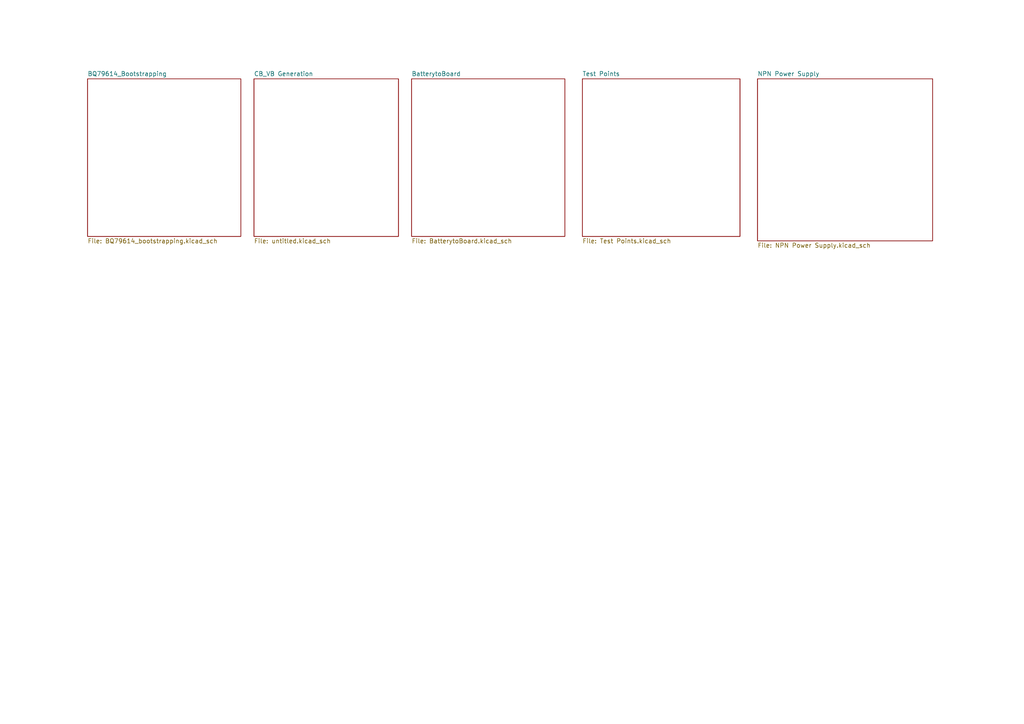
<source format=kicad_sch>
(kicad_sch
	(version 20231120)
	(generator "eeschema")
	(generator_version "8.0")
	(uuid "325b096d-8e4c-4cdc-b4c5-634ea5e73c60")
	(paper "A4")
	(title_block
		(title "Project 63 BMS Daughter Board")
	)
	(lib_symbols)
	(sheet
		(at 73.66 22.86)
		(size 41.91 45.72)
		(fields_autoplaced yes)
		(stroke
			(width 0.1524)
			(type solid)
		)
		(fill
			(color 0 0 0 0.0000)
		)
		(uuid "2fc75a92-430f-42ad-9ad5-d910a7d34c12")
		(property "Sheetname" "CB_VB Generation"
			(at 73.66 22.1484 0)
			(effects
				(font
					(size 1.27 1.27)
				)
				(justify left bottom)
			)
		)
		(property "Sheetfile" "untitled.kicad_sch"
			(at 73.66 69.1646 0)
			(effects
				(font
					(size 1.27 1.27)
				)
				(justify left top)
			)
		)
		(instances
			(project "Project63_BMS_DaughterBoard"
				(path "/325b096d-8e4c-4cdc-b4c5-634ea5e73c60"
					(page "3")
				)
			)
		)
	)
	(sheet
		(at 219.71 22.86)
		(size 50.8 46.99)
		(fields_autoplaced yes)
		(stroke
			(width 0.1524)
			(type solid)
		)
		(fill
			(color 0 0 0 0.0000)
		)
		(uuid "50508abc-94ca-4760-9b7e-3243f83fc341")
		(property "Sheetname" "NPN Power Supply"
			(at 219.71 22.1484 0)
			(effects
				(font
					(size 1.27 1.27)
				)
				(justify left bottom)
			)
		)
		(property "Sheetfile" "NPN Power Supply.kicad_sch"
			(at 219.71 70.4346 0)
			(effects
				(font
					(size 1.27 1.27)
				)
				(justify left top)
			)
		)
		(instances
			(project "Project63_BMS_DaughterBoard"
				(path "/325b096d-8e4c-4cdc-b4c5-634ea5e73c60"
					(page "6")
				)
			)
		)
	)
	(sheet
		(at 119.38 22.86)
		(size 44.45 45.72)
		(fields_autoplaced yes)
		(stroke
			(width 0.1524)
			(type solid)
		)
		(fill
			(color 0 0 0 0.0000)
		)
		(uuid "5bfb4acc-aeaf-4603-8e20-a08f6ed64fc0")
		(property "Sheetname" "BatterytoBoard"
			(at 119.38 22.1484 0)
			(effects
				(font
					(size 1.27 1.27)
				)
				(justify left bottom)
			)
		)
		(property "Sheetfile" "BatterytoBoard.kicad_sch"
			(at 119.38 69.1646 0)
			(effects
				(font
					(size 1.27 1.27)
				)
				(justify left top)
			)
		)
		(instances
			(project "Project63_BMS_DaughterBoard"
				(path "/325b096d-8e4c-4cdc-b4c5-634ea5e73c60"
					(page "4")
				)
			)
		)
	)
	(sheet
		(at 25.4 22.86)
		(size 44.45 45.72)
		(fields_autoplaced yes)
		(stroke
			(width 0.1524)
			(type solid)
		)
		(fill
			(color 0 0 0 0.0000)
		)
		(uuid "8ffa0956-e90f-44b3-af43-d8470a47be31")
		(property "Sheetname" "BQ79614_Bootstrapping"
			(at 25.4 22.1484 0)
			(effects
				(font
					(size 1.27 1.27)
				)
				(justify left bottom)
			)
		)
		(property "Sheetfile" "BQ79614_bootstrapping.kicad_sch"
			(at 25.4 69.1646 0)
			(effects
				(font
					(size 1.27 1.27)
				)
				(justify left top)
			)
		)
		(instances
			(project "Project63_BMS_DaughterBoard"
				(path "/325b096d-8e4c-4cdc-b4c5-634ea5e73c60"
					(page "2")
				)
			)
		)
	)
	(sheet
		(at 168.91 22.86)
		(size 45.72 45.72)
		(fields_autoplaced yes)
		(stroke
			(width 0.1524)
			(type solid)
		)
		(fill
			(color 0 0 0 0.0000)
		)
		(uuid "f572dc6c-083b-4ebc-8b73-cb14171a47f1")
		(property "Sheetname" "Test Points"
			(at 168.91 22.1484 0)
			(effects
				(font
					(size 1.27 1.27)
				)
				(justify left bottom)
			)
		)
		(property "Sheetfile" "Test Points.kicad_sch"
			(at 168.91 69.1646 0)
			(effects
				(font
					(size 1.27 1.27)
				)
				(justify left top)
			)
		)
		(instances
			(project "Project63_BMS_DaughterBoard"
				(path "/325b096d-8e4c-4cdc-b4c5-634ea5e73c60"
					(page "5")
				)
			)
		)
	)
	(sheet_instances
		(path "/"
			(page "1")
		)
	)
)
</source>
